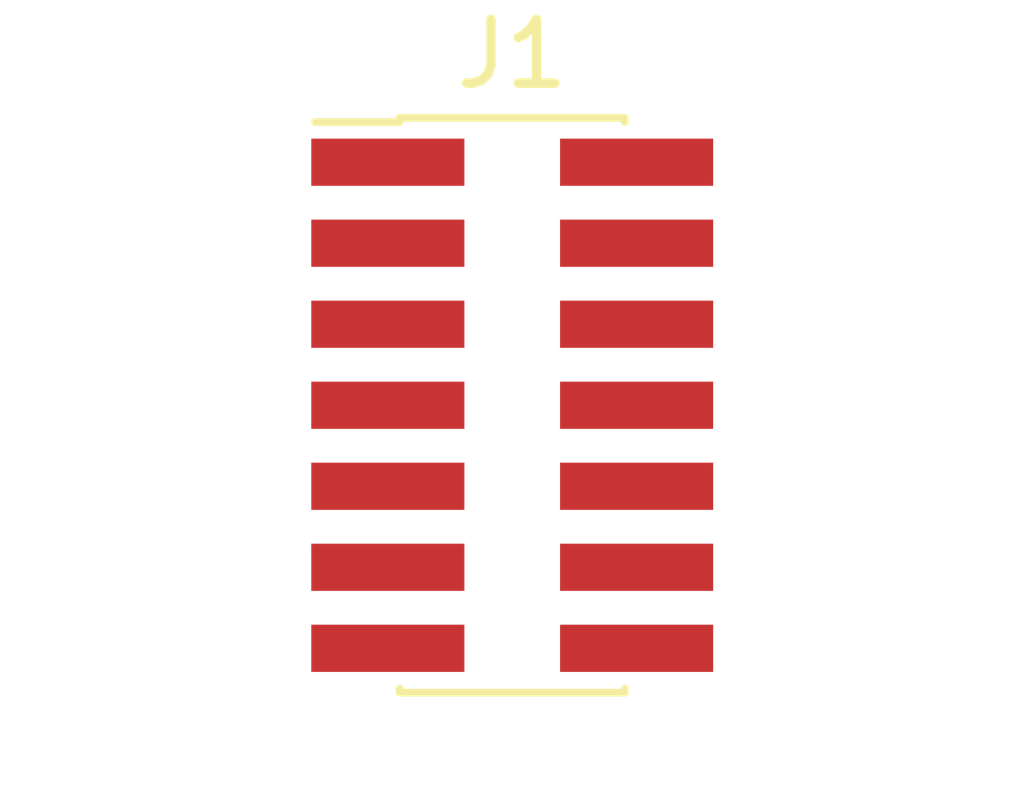
<source format=kicad_pcb>
(kicad_pcb (version 20171130) (host pcbnew "(5.1.6)-1")

  (general
    (thickness 1.6)
    (drawings 0)
    (tracks 0)
    (zones 0)
    (modules 1)
    (nets 14)
  )

  (page A4)
  (layers
    (0 F.Cu signal)
    (31 B.Cu signal)
    (32 B.Adhes user)
    (33 F.Adhes user)
    (34 B.Paste user)
    (35 F.Paste user)
    (36 B.SilkS user)
    (37 F.SilkS user)
    (38 B.Mask user)
    (39 F.Mask user)
    (40 Dwgs.User user)
    (41 Cmts.User user)
    (42 Eco1.User user)
    (43 Eco2.User user)
    (44 Edge.Cuts user)
    (45 Margin user)
    (46 B.CrtYd user)
    (47 F.CrtYd user)
    (48 B.Fab user)
    (49 F.Fab user)
  )

  (setup
    (last_trace_width 0.25)
    (trace_clearance 0.2)
    (zone_clearance 0.508)
    (zone_45_only no)
    (trace_min 0.2)
    (via_size 0.8)
    (via_drill 0.4)
    (via_min_size 0.4)
    (via_min_drill 0.3)
    (uvia_size 0.3)
    (uvia_drill 0.1)
    (uvias_allowed no)
    (uvia_min_size 0.2)
    (uvia_min_drill 0.1)
    (edge_width 0.05)
    (segment_width 0.2)
    (pcb_text_width 0.3)
    (pcb_text_size 1.5 1.5)
    (mod_edge_width 0.12)
    (mod_text_size 1 1)
    (mod_text_width 0.15)
    (pad_size 1.524 1.524)
    (pad_drill 0.762)
    (pad_to_mask_clearance 0.05)
    (aux_axis_origin 0 0)
    (visible_elements FFFFFF7F)
    (pcbplotparams
      (layerselection 0x010fc_ffffffff)
      (usegerberextensions false)
      (usegerberattributes true)
      (usegerberadvancedattributes true)
      (creategerberjobfile true)
      (excludeedgelayer true)
      (linewidth 0.100000)
      (plotframeref false)
      (viasonmask false)
      (mode 1)
      (useauxorigin false)
      (hpglpennumber 1)
      (hpglpenspeed 20)
      (hpglpendiameter 15.000000)
      (psnegative false)
      (psa4output false)
      (plotreference true)
      (plotvalue true)
      (plotinvisibletext false)
      (padsonsilk false)
      (subtractmaskfromsilk false)
      (outputformat 1)
      (mirror false)
      (drillshape 1)
      (scaleselection 1)
      (outputdirectory ""))
  )

  (net 0 "")
  (net 1 /T_VCP_TX)
  (net 2 /T_VCP_RX)
  (net 3 /T_NRST)
  (net 4 /GNDDetect)
  (net 5 /T_JTDI___NC)
  (net 6 /T_JRCLK___NC)
  (net 7 /T_JTDO___T_SWO)
  (net 8 /_GND)
  (net 9 /T_JCLK___T_SWCLK)
  (net 10 /T_JTMS_T___SWDIO)
  (net 11 /T_VCC)
  (net 12 "Net-(J1-Pad2)")
  (net 13 "Net-(J1-Pad1)")

  (net_class Default "This is the default net class."
    (clearance 0.2)
    (trace_width 0.25)
    (via_dia 0.8)
    (via_drill 0.4)
    (uvia_dia 0.3)
    (uvia_drill 0.1)
    (add_net /GNDDetect)
    (add_net /T_JCLK___T_SWCLK)
    (add_net /T_JRCLK___NC)
    (add_net /T_JTDI___NC)
    (add_net /T_JTDO___T_SWO)
    (add_net /T_JTMS_T___SWDIO)
    (add_net /T_NRST)
    (add_net /T_VCC)
    (add_net /T_VCP_RX)
    (add_net /T_VCP_TX)
    (add_net /_GND)
    (add_net "Net-(J1-Pad1)")
    (add_net "Net-(J1-Pad2)")
  )

  (module Connector_PinHeader_1.27mm:PinHeader_2x07_P1.27mm_Vertical_SMD (layer F.Cu) (tedit 59FED6E3) (tstamp 5FE280F2)
    (at 156.24 97.23)
    (descr "surface-mounted straight pin header, 2x07, 1.27mm pitch, double rows")
    (tags "Surface mounted pin header SMD 2x07 1.27mm double row")
    (path /5FD7D048)
    (attr smd)
    (fp_text reference J1 (at 0 -5.505) (layer F.SilkS)
      (effects (font (size 1 1) (thickness 0.15)))
    )
    (fp_text value "SWD/JTAG Connector" (at 0 5.505) (layer F.Fab)
      (effects (font (size 1 1) (thickness 0.15)))
    )
    (fp_text user %R (at 0 0 90) (layer F.Fab)
      (effects (font (size 1 1) (thickness 0.15)))
    )
    (fp_line (start 1.705 4.445) (end -1.705 4.445) (layer F.Fab) (width 0.1))
    (fp_line (start -1.27 -4.445) (end 1.705 -4.445) (layer F.Fab) (width 0.1))
    (fp_line (start -1.705 4.445) (end -1.705 -4.01) (layer F.Fab) (width 0.1))
    (fp_line (start -1.705 -4.01) (end -1.27 -4.445) (layer F.Fab) (width 0.1))
    (fp_line (start 1.705 -4.445) (end 1.705 4.445) (layer F.Fab) (width 0.1))
    (fp_line (start -1.705 -4.01) (end -2.75 -4.01) (layer F.Fab) (width 0.1))
    (fp_line (start -2.75 -4.01) (end -2.75 -3.61) (layer F.Fab) (width 0.1))
    (fp_line (start -2.75 -3.61) (end -1.705 -3.61) (layer F.Fab) (width 0.1))
    (fp_line (start 1.705 -4.01) (end 2.75 -4.01) (layer F.Fab) (width 0.1))
    (fp_line (start 2.75 -4.01) (end 2.75 -3.61) (layer F.Fab) (width 0.1))
    (fp_line (start 2.75 -3.61) (end 1.705 -3.61) (layer F.Fab) (width 0.1))
    (fp_line (start -1.705 -2.74) (end -2.75 -2.74) (layer F.Fab) (width 0.1))
    (fp_line (start -2.75 -2.74) (end -2.75 -2.34) (layer F.Fab) (width 0.1))
    (fp_line (start -2.75 -2.34) (end -1.705 -2.34) (layer F.Fab) (width 0.1))
    (fp_line (start 1.705 -2.74) (end 2.75 -2.74) (layer F.Fab) (width 0.1))
    (fp_line (start 2.75 -2.74) (end 2.75 -2.34) (layer F.Fab) (width 0.1))
    (fp_line (start 2.75 -2.34) (end 1.705 -2.34) (layer F.Fab) (width 0.1))
    (fp_line (start -1.705 -1.47) (end -2.75 -1.47) (layer F.Fab) (width 0.1))
    (fp_line (start -2.75 -1.47) (end -2.75 -1.07) (layer F.Fab) (width 0.1))
    (fp_line (start -2.75 -1.07) (end -1.705 -1.07) (layer F.Fab) (width 0.1))
    (fp_line (start 1.705 -1.47) (end 2.75 -1.47) (layer F.Fab) (width 0.1))
    (fp_line (start 2.75 -1.47) (end 2.75 -1.07) (layer F.Fab) (width 0.1))
    (fp_line (start 2.75 -1.07) (end 1.705 -1.07) (layer F.Fab) (width 0.1))
    (fp_line (start -1.705 -0.2) (end -2.75 -0.2) (layer F.Fab) (width 0.1))
    (fp_line (start -2.75 -0.2) (end -2.75 0.2) (layer F.Fab) (width 0.1))
    (fp_line (start -2.75 0.2) (end -1.705 0.2) (layer F.Fab) (width 0.1))
    (fp_line (start 1.705 -0.2) (end 2.75 -0.2) (layer F.Fab) (width 0.1))
    (fp_line (start 2.75 -0.2) (end 2.75 0.2) (layer F.Fab) (width 0.1))
    (fp_line (start 2.75 0.2) (end 1.705 0.2) (layer F.Fab) (width 0.1))
    (fp_line (start -1.705 1.07) (end -2.75 1.07) (layer F.Fab) (width 0.1))
    (fp_line (start -2.75 1.07) (end -2.75 1.47) (layer F.Fab) (width 0.1))
    (fp_line (start -2.75 1.47) (end -1.705 1.47) (layer F.Fab) (width 0.1))
    (fp_line (start 1.705 1.07) (end 2.75 1.07) (layer F.Fab) (width 0.1))
    (fp_line (start 2.75 1.07) (end 2.75 1.47) (layer F.Fab) (width 0.1))
    (fp_line (start 2.75 1.47) (end 1.705 1.47) (layer F.Fab) (width 0.1))
    (fp_line (start -1.705 2.34) (end -2.75 2.34) (layer F.Fab) (width 0.1))
    (fp_line (start -2.75 2.34) (end -2.75 2.74) (layer F.Fab) (width 0.1))
    (fp_line (start -2.75 2.74) (end -1.705 2.74) (layer F.Fab) (width 0.1))
    (fp_line (start 1.705 2.34) (end 2.75 2.34) (layer F.Fab) (width 0.1))
    (fp_line (start 2.75 2.34) (end 2.75 2.74) (layer F.Fab) (width 0.1))
    (fp_line (start 2.75 2.74) (end 1.705 2.74) (layer F.Fab) (width 0.1))
    (fp_line (start -1.705 3.61) (end -2.75 3.61) (layer F.Fab) (width 0.1))
    (fp_line (start -2.75 3.61) (end -2.75 4.01) (layer F.Fab) (width 0.1))
    (fp_line (start -2.75 4.01) (end -1.705 4.01) (layer F.Fab) (width 0.1))
    (fp_line (start 1.705 3.61) (end 2.75 3.61) (layer F.Fab) (width 0.1))
    (fp_line (start 2.75 3.61) (end 2.75 4.01) (layer F.Fab) (width 0.1))
    (fp_line (start 2.75 4.01) (end 1.705 4.01) (layer F.Fab) (width 0.1))
    (fp_line (start -1.765 -4.505) (end 1.765 -4.505) (layer F.SilkS) (width 0.12))
    (fp_line (start -1.765 4.505) (end 1.765 4.505) (layer F.SilkS) (width 0.12))
    (fp_line (start -3.09 -4.44) (end -1.765 -4.44) (layer F.SilkS) (width 0.12))
    (fp_line (start -1.765 -4.505) (end -1.765 -4.44) (layer F.SilkS) (width 0.12))
    (fp_line (start 1.765 -4.505) (end 1.765 -4.44) (layer F.SilkS) (width 0.12))
    (fp_line (start -1.765 4.44) (end -1.765 4.505) (layer F.SilkS) (width 0.12))
    (fp_line (start 1.765 4.44) (end 1.765 4.505) (layer F.SilkS) (width 0.12))
    (fp_line (start -4.3 -4.95) (end -4.3 4.95) (layer F.CrtYd) (width 0.05))
    (fp_line (start -4.3 4.95) (end 4.3 4.95) (layer F.CrtYd) (width 0.05))
    (fp_line (start 4.3 4.95) (end 4.3 -4.95) (layer F.CrtYd) (width 0.05))
    (fp_line (start 4.3 -4.95) (end -4.3 -4.95) (layer F.CrtYd) (width 0.05))
    (pad 14 smd rect (at 1.95 3.81) (size 2.4 0.74) (layers F.Cu F.Paste F.Mask)
      (net 1 /T_VCP_TX))
    (pad 13 smd rect (at -1.95 3.81) (size 2.4 0.74) (layers F.Cu F.Paste F.Mask)
      (net 2 /T_VCP_RX))
    (pad 12 smd rect (at 1.95 2.54) (size 2.4 0.74) (layers F.Cu F.Paste F.Mask)
      (net 3 /T_NRST))
    (pad 11 smd rect (at -1.95 2.54) (size 2.4 0.74) (layers F.Cu F.Paste F.Mask)
      (net 4 /GNDDetect))
    (pad 10 smd rect (at 1.95 1.27) (size 2.4 0.74) (layers F.Cu F.Paste F.Mask)
      (net 5 /T_JTDI___NC))
    (pad 9 smd rect (at -1.95 1.27) (size 2.4 0.74) (layers F.Cu F.Paste F.Mask)
      (net 6 /T_JRCLK___NC))
    (pad 8 smd rect (at 1.95 0) (size 2.4 0.74) (layers F.Cu F.Paste F.Mask)
      (net 7 /T_JTDO___T_SWO))
    (pad 7 smd rect (at -1.95 0) (size 2.4 0.74) (layers F.Cu F.Paste F.Mask)
      (net 8 /_GND))
    (pad 6 smd rect (at 1.95 -1.27) (size 2.4 0.74) (layers F.Cu F.Paste F.Mask)
      (net 9 /T_JCLK___T_SWCLK))
    (pad 5 smd rect (at -1.95 -1.27) (size 2.4 0.74) (layers F.Cu F.Paste F.Mask)
      (net 8 /_GND))
    (pad 4 smd rect (at 1.95 -2.54) (size 2.4 0.74) (layers F.Cu F.Paste F.Mask)
      (net 10 /T_JTMS_T___SWDIO))
    (pad 3 smd rect (at -1.95 -2.54) (size 2.4 0.74) (layers F.Cu F.Paste F.Mask)
      (net 11 /T_VCC))
    (pad 2 smd rect (at 1.95 -3.81) (size 2.4 0.74) (layers F.Cu F.Paste F.Mask)
      (net 12 "Net-(J1-Pad2)"))
    (pad 1 smd rect (at -1.95 -3.81) (size 2.4 0.74) (layers F.Cu F.Paste F.Mask)
      (net 13 "Net-(J1-Pad1)"))
    (model ${KISYS3DMOD}/Connector_PinHeader_1.27mm.3dshapes/PinHeader_2x07_P1.27mm_Vertical_SMD.wrl
      (at (xyz 0 0 0))
      (scale (xyz 1 1 1))
      (rotate (xyz 0 0 0))
    )
  )

)

</source>
